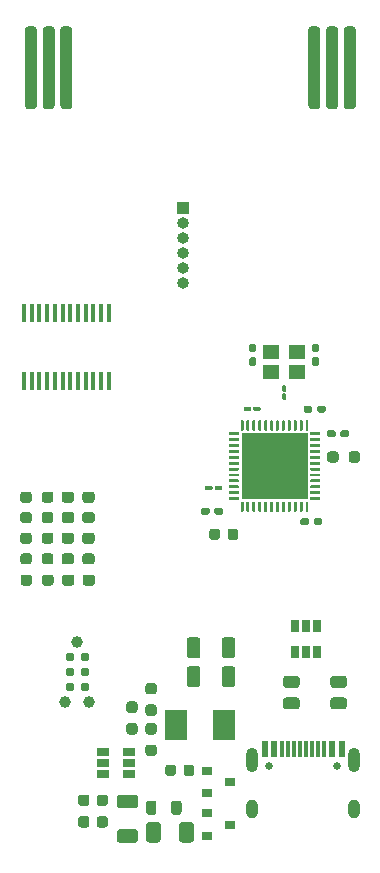
<source format=gbr>
%TF.GenerationSoftware,KiCad,Pcbnew,(5.1.10)-1*%
%TF.CreationDate,2021-05-11T23:47:16-07:00*%
%TF.ProjectId,LinkMeBaby,4c696e6b-4d65-4426-9162-792e6b696361,rev?*%
%TF.SameCoordinates,Original*%
%TF.FileFunction,Soldermask,Top*%
%TF.FilePolarity,Negative*%
%FSLAX46Y46*%
G04 Gerber Fmt 4.6, Leading zero omitted, Abs format (unit mm)*
G04 Created by KiCad (PCBNEW (5.1.10)-1) date 2021-05-11 23:47:16*
%MOMM*%
%LPD*%
G01*
G04 APERTURE LIST*
%ADD10R,0.410000X1.570000*%
%ADD11R,0.900000X0.800000*%
%ADD12O,1.000000X1.600000*%
%ADD13C,0.650000*%
%ADD14O,1.000000X2.100000*%
%ADD15R,0.300000X1.450000*%
%ADD16R,0.600000X1.450000*%
%ADD17R,1.000000X1.000000*%
%ADD18O,1.000000X1.000000*%
%ADD19C,0.787000*%
%ADD20C,0.991000*%
%ADD21R,1.900000X2.500000*%
%ADD22R,0.650000X1.060000*%
%ADD23R,1.060000X0.650000*%
%ADD24R,1.400000X1.200000*%
%ADD25R,5.600000X5.600000*%
G04 APERTURE END LIST*
D10*
%TO.C,U1*%
X27975000Y-52430000D03*
X27325000Y-52430000D03*
X26675000Y-52430000D03*
X26025000Y-52430000D03*
X25375000Y-52430000D03*
X24725000Y-52430000D03*
X24075000Y-52430000D03*
X23425000Y-52430000D03*
X22775000Y-52430000D03*
X22125000Y-52430000D03*
X21475000Y-52430000D03*
X20825000Y-52430000D03*
X20825000Y-58170000D03*
X21475000Y-58170000D03*
X22125000Y-58170000D03*
X22775000Y-58170000D03*
X23425000Y-58170000D03*
X24075000Y-58170000D03*
X24725000Y-58170000D03*
X25375000Y-58170000D03*
X26025000Y-58170000D03*
X26675000Y-58170000D03*
X27325000Y-58170000D03*
X27975000Y-58170000D03*
%TD*%
%TO.C,C3*%
G36*
G01*
X37400000Y-70900000D02*
X37400000Y-71400000D01*
G75*
G02*
X37175000Y-71625000I-225000J0D01*
G01*
X36725000Y-71625000D01*
G75*
G02*
X36500000Y-71400000I0J225000D01*
G01*
X36500000Y-70900000D01*
G75*
G02*
X36725000Y-70675000I225000J0D01*
G01*
X37175000Y-70675000D01*
G75*
G02*
X37400000Y-70900000I0J-225000D01*
G01*
G37*
G36*
G01*
X38950000Y-70900000D02*
X38950000Y-71400000D01*
G75*
G02*
X38725000Y-71625000I-225000J0D01*
G01*
X38275000Y-71625000D01*
G75*
G02*
X38050000Y-71400000I0J225000D01*
G01*
X38050000Y-70900000D01*
G75*
G02*
X38275000Y-70675000I225000J0D01*
G01*
X38725000Y-70675000D01*
G75*
G02*
X38950000Y-70900000I0J-225000D01*
G01*
G37*
%TD*%
%TO.C,C1*%
G36*
G01*
X36785000Y-67125000D02*
X36785000Y-67325000D01*
G75*
G02*
X36685000Y-67425000I-100000J0D01*
G01*
X36250000Y-67425000D01*
G75*
G02*
X36150000Y-67325000I0J100000D01*
G01*
X36150000Y-67125000D01*
G75*
G02*
X36250000Y-67025000I100000J0D01*
G01*
X36685000Y-67025000D01*
G75*
G02*
X36785000Y-67125000I0J-100000D01*
G01*
G37*
G36*
G01*
X37600000Y-67125000D02*
X37600000Y-67325000D01*
G75*
G02*
X37500000Y-67425000I-100000J0D01*
G01*
X37065000Y-67425000D01*
G75*
G02*
X36965000Y-67325000I0J100000D01*
G01*
X36965000Y-67125000D01*
G75*
G02*
X37065000Y-67025000I100000J0D01*
G01*
X37500000Y-67025000D01*
G75*
G02*
X37600000Y-67125000I0J-100000D01*
G01*
G37*
%TD*%
%TO.C,C2*%
G36*
G01*
X40850000Y-60425000D02*
X40850000Y-60625000D01*
G75*
G02*
X40750000Y-60725000I-100000J0D01*
G01*
X40315000Y-60725000D01*
G75*
G02*
X40215000Y-60625000I0J100000D01*
G01*
X40215000Y-60425000D01*
G75*
G02*
X40315000Y-60325000I100000J0D01*
G01*
X40750000Y-60325000D01*
G75*
G02*
X40850000Y-60425000I0J-100000D01*
G01*
G37*
G36*
G01*
X40035000Y-60425000D02*
X40035000Y-60625000D01*
G75*
G02*
X39935000Y-60725000I-100000J0D01*
G01*
X39500000Y-60725000D01*
G75*
G02*
X39400000Y-60625000I0J100000D01*
G01*
X39400000Y-60425000D01*
G75*
G02*
X39500000Y-60325000I100000J0D01*
G01*
X39935000Y-60325000D01*
G75*
G02*
X40035000Y-60425000I0J-100000D01*
G01*
G37*
%TD*%
%TO.C,C4*%
G36*
G01*
X46465000Y-62780000D02*
X46465000Y-62470000D01*
G75*
G02*
X46620000Y-62315000I155000J0D01*
G01*
X47045000Y-62315000D01*
G75*
G02*
X47200000Y-62470000I0J-155000D01*
G01*
X47200000Y-62780000D01*
G75*
G02*
X47045000Y-62935000I-155000J0D01*
G01*
X46620000Y-62935000D01*
G75*
G02*
X46465000Y-62780000I0J155000D01*
G01*
G37*
G36*
G01*
X47600000Y-62780000D02*
X47600000Y-62470000D01*
G75*
G02*
X47755000Y-62315000I155000J0D01*
G01*
X48180000Y-62315000D01*
G75*
G02*
X48335000Y-62470000I0J-155000D01*
G01*
X48335000Y-62780000D01*
G75*
G02*
X48180000Y-62935000I-155000J0D01*
G01*
X47755000Y-62935000D01*
G75*
G02*
X47600000Y-62780000I0J155000D01*
G01*
G37*
%TD*%
%TO.C,C5*%
G36*
G01*
X37550000Y-83850001D02*
X37550000Y-82549999D01*
G75*
G02*
X37799999Y-82300000I249999J0D01*
G01*
X38450001Y-82300000D01*
G75*
G02*
X38700000Y-82549999I0J-249999D01*
G01*
X38700000Y-83850001D01*
G75*
G02*
X38450001Y-84100000I-249999J0D01*
G01*
X37799999Y-84100000D01*
G75*
G02*
X37550000Y-83850001I0J249999D01*
G01*
G37*
G36*
G01*
X34600000Y-83850001D02*
X34600000Y-82549999D01*
G75*
G02*
X34849999Y-82300000I249999J0D01*
G01*
X35500001Y-82300000D01*
G75*
G02*
X35750000Y-82549999I0J-249999D01*
G01*
X35750000Y-83850001D01*
G75*
G02*
X35500001Y-84100000I-249999J0D01*
G01*
X34849999Y-84100000D01*
G75*
G02*
X34600000Y-83850001I0J249999D01*
G01*
G37*
%TD*%
%TO.C,C6*%
G36*
G01*
X46085000Y-69920000D02*
X46085000Y-70230000D01*
G75*
G02*
X45930000Y-70385000I-155000J0D01*
G01*
X45505000Y-70385000D01*
G75*
G02*
X45350000Y-70230000I0J155000D01*
G01*
X45350000Y-69920000D01*
G75*
G02*
X45505000Y-69765000I155000J0D01*
G01*
X45930000Y-69765000D01*
G75*
G02*
X46085000Y-69920000I0J-155000D01*
G01*
G37*
G36*
G01*
X44950000Y-69920000D02*
X44950000Y-70230000D01*
G75*
G02*
X44795000Y-70385000I-155000J0D01*
G01*
X44370000Y-70385000D01*
G75*
G02*
X44215000Y-70230000I0J155000D01*
G01*
X44215000Y-69920000D01*
G75*
G02*
X44370000Y-69765000I155000J0D01*
G01*
X44795000Y-69765000D01*
G75*
G02*
X44950000Y-69920000I0J-155000D01*
G01*
G37*
%TD*%
%TO.C,C7*%
G36*
G01*
X28924999Y-93175000D02*
X30225001Y-93175000D01*
G75*
G02*
X30475000Y-93424999I0J-249999D01*
G01*
X30475000Y-94075001D01*
G75*
G02*
X30225001Y-94325000I-249999J0D01*
G01*
X28924999Y-94325000D01*
G75*
G02*
X28675000Y-94075001I0J249999D01*
G01*
X28675000Y-93424999D01*
G75*
G02*
X28924999Y-93175000I249999J0D01*
G01*
G37*
G36*
G01*
X28924999Y-96125000D02*
X30225001Y-96125000D01*
G75*
G02*
X30475000Y-96374999I0J-249999D01*
G01*
X30475000Y-97025001D01*
G75*
G02*
X30225001Y-97275000I-249999J0D01*
G01*
X28924999Y-97275000D01*
G75*
G02*
X28675000Y-97025001I0J249999D01*
G01*
X28675000Y-96374999D01*
G75*
G02*
X28924999Y-96125000I249999J0D01*
G01*
G37*
%TD*%
%TO.C,C8*%
G36*
G01*
X40330000Y-55750000D02*
X40020000Y-55750000D01*
G75*
G02*
X39865000Y-55595000I0J155000D01*
G01*
X39865000Y-55170000D01*
G75*
G02*
X40020000Y-55015000I155000J0D01*
G01*
X40330000Y-55015000D01*
G75*
G02*
X40485000Y-55170000I0J-155000D01*
G01*
X40485000Y-55595000D01*
G75*
G02*
X40330000Y-55750000I-155000J0D01*
G01*
G37*
G36*
G01*
X40330000Y-56885000D02*
X40020000Y-56885000D01*
G75*
G02*
X39865000Y-56730000I0J155000D01*
G01*
X39865000Y-56305000D01*
G75*
G02*
X40020000Y-56150000I155000J0D01*
G01*
X40330000Y-56150000D01*
G75*
G02*
X40485000Y-56305000I0J-155000D01*
G01*
X40485000Y-56730000D01*
G75*
G02*
X40330000Y-56885000I-155000J0D01*
G01*
G37*
%TD*%
%TO.C,C9*%
G36*
G01*
X34600000Y-81400001D02*
X34600000Y-80099999D01*
G75*
G02*
X34849999Y-79850000I249999J0D01*
G01*
X35500001Y-79850000D01*
G75*
G02*
X35750000Y-80099999I0J-249999D01*
G01*
X35750000Y-81400001D01*
G75*
G02*
X35500001Y-81650000I-249999J0D01*
G01*
X34849999Y-81650000D01*
G75*
G02*
X34600000Y-81400001I0J249999D01*
G01*
G37*
G36*
G01*
X37550000Y-81400001D02*
X37550000Y-80099999D01*
G75*
G02*
X37799999Y-79850000I249999J0D01*
G01*
X38450001Y-79850000D01*
G75*
G02*
X38700000Y-80099999I0J-249999D01*
G01*
X38700000Y-81400001D01*
G75*
G02*
X38450001Y-81650000I-249999J0D01*
G01*
X37799999Y-81650000D01*
G75*
G02*
X37550000Y-81400001I0J249999D01*
G01*
G37*
%TD*%
%TO.C,C10*%
G36*
G01*
X45625000Y-60705000D02*
X45625000Y-60395000D01*
G75*
G02*
X45780000Y-60240000I155000J0D01*
G01*
X46205000Y-60240000D01*
G75*
G02*
X46360000Y-60395000I0J-155000D01*
G01*
X46360000Y-60705000D01*
G75*
G02*
X46205000Y-60860000I-155000J0D01*
G01*
X45780000Y-60860000D01*
G75*
G02*
X45625000Y-60705000I0J155000D01*
G01*
G37*
G36*
G01*
X44490000Y-60705000D02*
X44490000Y-60395000D01*
G75*
G02*
X44645000Y-60240000I155000J0D01*
G01*
X45070000Y-60240000D01*
G75*
G02*
X45225000Y-60395000I0J-155000D01*
G01*
X45225000Y-60705000D01*
G75*
G02*
X45070000Y-60860000I-155000J0D01*
G01*
X44645000Y-60860000D01*
G75*
G02*
X44490000Y-60705000I0J155000D01*
G01*
G37*
%TD*%
%TO.C,C11*%
G36*
G01*
X37660000Y-69045000D02*
X37660000Y-69355000D01*
G75*
G02*
X37505000Y-69510000I-155000J0D01*
G01*
X37080000Y-69510000D01*
G75*
G02*
X36925000Y-69355000I0J155000D01*
G01*
X36925000Y-69045000D01*
G75*
G02*
X37080000Y-68890000I155000J0D01*
G01*
X37505000Y-68890000D01*
G75*
G02*
X37660000Y-69045000I0J-155000D01*
G01*
G37*
G36*
G01*
X36525000Y-69045000D02*
X36525000Y-69355000D01*
G75*
G02*
X36370000Y-69510000I-155000J0D01*
G01*
X35945000Y-69510000D01*
G75*
G02*
X35790000Y-69355000I0J155000D01*
G01*
X35790000Y-69045000D01*
G75*
G02*
X35945000Y-68890000I155000J0D01*
G01*
X36370000Y-68890000D01*
G75*
G02*
X36525000Y-69045000I0J-155000D01*
G01*
G37*
%TD*%
%TO.C,C12*%
G36*
G01*
X45345000Y-55015000D02*
X45655000Y-55015000D01*
G75*
G02*
X45810000Y-55170000I0J-155000D01*
G01*
X45810000Y-55595000D01*
G75*
G02*
X45655000Y-55750000I-155000J0D01*
G01*
X45345000Y-55750000D01*
G75*
G02*
X45190000Y-55595000I0J155000D01*
G01*
X45190000Y-55170000D01*
G75*
G02*
X45345000Y-55015000I155000J0D01*
G01*
G37*
G36*
G01*
X45345000Y-56150000D02*
X45655000Y-56150000D01*
G75*
G02*
X45810000Y-56305000I0J-155000D01*
G01*
X45810000Y-56730000D01*
G75*
G02*
X45655000Y-56885000I-155000J0D01*
G01*
X45345000Y-56885000D01*
G75*
G02*
X45190000Y-56730000I0J155000D01*
G01*
X45190000Y-56305000D01*
G75*
G02*
X45345000Y-56150000I155000J0D01*
G01*
G37*
%TD*%
%TO.C,C16*%
G36*
G01*
X32775000Y-91375000D02*
X32775000Y-90875000D01*
G75*
G02*
X33000000Y-90650000I225000J0D01*
G01*
X33450000Y-90650000D01*
G75*
G02*
X33675000Y-90875000I0J-225000D01*
G01*
X33675000Y-91375000D01*
G75*
G02*
X33450000Y-91600000I-225000J0D01*
G01*
X33000000Y-91600000D01*
G75*
G02*
X32775000Y-91375000I0J225000D01*
G01*
G37*
G36*
G01*
X34325000Y-91375000D02*
X34325000Y-90875000D01*
G75*
G02*
X34550000Y-90650000I225000J0D01*
G01*
X35000000Y-90650000D01*
G75*
G02*
X35225000Y-90875000I0J-225000D01*
G01*
X35225000Y-91375000D01*
G75*
G02*
X35000000Y-91600000I-225000J0D01*
G01*
X34550000Y-91600000D01*
G75*
G02*
X34325000Y-91375000I0J225000D01*
G01*
G37*
%TD*%
%TO.C,D1*%
G36*
G01*
X24000000Y-69962500D02*
X24000000Y-69487500D01*
G75*
G02*
X24237500Y-69250000I237500J0D01*
G01*
X24812500Y-69250000D01*
G75*
G02*
X25050000Y-69487500I0J-237500D01*
G01*
X25050000Y-69962500D01*
G75*
G02*
X24812500Y-70200000I-237500J0D01*
G01*
X24237500Y-70200000D01*
G75*
G02*
X24000000Y-69962500I0J237500D01*
G01*
G37*
G36*
G01*
X25750000Y-69962500D02*
X25750000Y-69487500D01*
G75*
G02*
X25987500Y-69250000I237500J0D01*
G01*
X26562500Y-69250000D01*
G75*
G02*
X26800000Y-69487500I0J-237500D01*
G01*
X26800000Y-69962500D01*
G75*
G02*
X26562500Y-70200000I-237500J0D01*
G01*
X25987500Y-70200000D01*
G75*
G02*
X25750000Y-69962500I0J237500D01*
G01*
G37*
%TD*%
%TO.C,D2*%
G36*
G01*
X25750000Y-71712500D02*
X25750000Y-71237500D01*
G75*
G02*
X25987500Y-71000000I237500J0D01*
G01*
X26562500Y-71000000D01*
G75*
G02*
X26800000Y-71237500I0J-237500D01*
G01*
X26800000Y-71712500D01*
G75*
G02*
X26562500Y-71950000I-237500J0D01*
G01*
X25987500Y-71950000D01*
G75*
G02*
X25750000Y-71712500I0J237500D01*
G01*
G37*
G36*
G01*
X24000000Y-71712500D02*
X24000000Y-71237500D01*
G75*
G02*
X24237500Y-71000000I237500J0D01*
G01*
X24812500Y-71000000D01*
G75*
G02*
X25050000Y-71237500I0J-237500D01*
G01*
X25050000Y-71712500D01*
G75*
G02*
X24812500Y-71950000I-237500J0D01*
G01*
X24237500Y-71950000D01*
G75*
G02*
X24000000Y-71712500I0J237500D01*
G01*
G37*
%TD*%
%TO.C,D3*%
G36*
G01*
X25750000Y-73462500D02*
X25750000Y-72987500D01*
G75*
G02*
X25987500Y-72750000I237500J0D01*
G01*
X26562500Y-72750000D01*
G75*
G02*
X26800000Y-72987500I0J-237500D01*
G01*
X26800000Y-73462500D01*
G75*
G02*
X26562500Y-73700000I-237500J0D01*
G01*
X25987500Y-73700000D01*
G75*
G02*
X25750000Y-73462500I0J237500D01*
G01*
G37*
G36*
G01*
X24000000Y-73462500D02*
X24000000Y-72987500D01*
G75*
G02*
X24237500Y-72750000I237500J0D01*
G01*
X24812500Y-72750000D01*
G75*
G02*
X25050000Y-72987500I0J-237500D01*
G01*
X25050000Y-73462500D01*
G75*
G02*
X24812500Y-73700000I-237500J0D01*
G01*
X24237500Y-73700000D01*
G75*
G02*
X24000000Y-73462500I0J237500D01*
G01*
G37*
%TD*%
%TO.C,D4*%
G36*
G01*
X24000000Y-68237500D02*
X24000000Y-67762500D01*
G75*
G02*
X24237500Y-67525000I237500J0D01*
G01*
X24812500Y-67525000D01*
G75*
G02*
X25050000Y-67762500I0J-237500D01*
G01*
X25050000Y-68237500D01*
G75*
G02*
X24812500Y-68475000I-237500J0D01*
G01*
X24237500Y-68475000D01*
G75*
G02*
X24000000Y-68237500I0J237500D01*
G01*
G37*
G36*
G01*
X25750000Y-68237500D02*
X25750000Y-67762500D01*
G75*
G02*
X25987500Y-67525000I237500J0D01*
G01*
X26562500Y-67525000D01*
G75*
G02*
X26800000Y-67762500I0J-237500D01*
G01*
X26800000Y-68237500D01*
G75*
G02*
X26562500Y-68475000I-237500J0D01*
G01*
X25987500Y-68475000D01*
G75*
G02*
X25750000Y-68237500I0J237500D01*
G01*
G37*
%TD*%
D11*
%TO.C,D5*%
X36275000Y-94775000D03*
X36275000Y-96675000D03*
X38275000Y-95725000D03*
%TD*%
%TO.C,D6*%
X38275000Y-92125000D03*
X36275000Y-93075000D03*
X36275000Y-91175000D03*
%TD*%
%TO.C,D7*%
G36*
G01*
X24025000Y-75262500D02*
X24025000Y-74787500D01*
G75*
G02*
X24262500Y-74550000I237500J0D01*
G01*
X24837500Y-74550000D01*
G75*
G02*
X25075000Y-74787500I0J-237500D01*
G01*
X25075000Y-75262500D01*
G75*
G02*
X24837500Y-75500000I-237500J0D01*
G01*
X24262500Y-75500000D01*
G75*
G02*
X24025000Y-75262500I0J237500D01*
G01*
G37*
G36*
G01*
X25775000Y-75262500D02*
X25775000Y-74787500D01*
G75*
G02*
X26012500Y-74550000I237500J0D01*
G01*
X26587500Y-74550000D01*
G75*
G02*
X26825000Y-74787500I0J-237500D01*
G01*
X26825000Y-75262500D01*
G75*
G02*
X26587500Y-75500000I-237500J0D01*
G01*
X26012500Y-75500000D01*
G75*
G02*
X25775000Y-75262500I0J237500D01*
G01*
G37*
%TD*%
%TO.C,F1*%
G36*
G01*
X35200000Y-95750000D02*
X35200000Y-97000000D01*
G75*
G02*
X34950000Y-97250000I-250000J0D01*
G01*
X34200000Y-97250000D01*
G75*
G02*
X33950000Y-97000000I0J250000D01*
G01*
X33950000Y-95750000D01*
G75*
G02*
X34200000Y-95500000I250000J0D01*
G01*
X34950000Y-95500000D01*
G75*
G02*
X35200000Y-95750000I0J-250000D01*
G01*
G37*
G36*
G01*
X32400000Y-95750000D02*
X32400000Y-97000000D01*
G75*
G02*
X32150000Y-97250000I-250000J0D01*
G01*
X31400000Y-97250000D01*
G75*
G02*
X31150000Y-97000000I0J250000D01*
G01*
X31150000Y-95750000D01*
G75*
G02*
X31400000Y-95500000I250000J0D01*
G01*
X32150000Y-95500000D01*
G75*
G02*
X32400000Y-95750000I0J-250000D01*
G01*
G37*
%TD*%
%TO.C,FB1*%
G36*
G01*
X34150000Y-93918750D02*
X34150000Y-94681250D01*
G75*
G02*
X33931250Y-94900000I-218750J0D01*
G01*
X33493750Y-94900000D01*
G75*
G02*
X33275000Y-94681250I0J218750D01*
G01*
X33275000Y-93918750D01*
G75*
G02*
X33493750Y-93700000I218750J0D01*
G01*
X33931250Y-93700000D01*
G75*
G02*
X34150000Y-93918750I0J-218750D01*
G01*
G37*
G36*
G01*
X32025000Y-93918750D02*
X32025000Y-94681250D01*
G75*
G02*
X31806250Y-94900000I-218750J0D01*
G01*
X31368750Y-94900000D01*
G75*
G02*
X31150000Y-94681250I0J218750D01*
G01*
X31150000Y-93918750D01*
G75*
G02*
X31368750Y-93700000I218750J0D01*
G01*
X31806250Y-93700000D01*
G75*
G02*
X32025000Y-93918750I0J-218750D01*
G01*
G37*
%TD*%
D12*
%TO.C,J1*%
X48770000Y-94400000D03*
D13*
X47340000Y-90750000D03*
D12*
X40130000Y-94400000D03*
D13*
X41560000Y-90750000D03*
D14*
X40130000Y-90220000D03*
X48770000Y-90220000D03*
D15*
X44200000Y-89305000D03*
X46200000Y-89305000D03*
X45700000Y-89305000D03*
X45200000Y-89305000D03*
X44700000Y-89305000D03*
X43700000Y-89305000D03*
X43200000Y-89305000D03*
X42700000Y-89305000D03*
D16*
X47700000Y-89305000D03*
X46900000Y-89305000D03*
X42000000Y-89305000D03*
X41200000Y-89305000D03*
X41200000Y-89305000D03*
X42000000Y-89305000D03*
X46900000Y-89305000D03*
X47700000Y-89305000D03*
%TD*%
D17*
%TO.C,J2*%
X34250000Y-43500000D03*
D18*
X34250000Y-44770000D03*
X34250000Y-46040000D03*
X34250000Y-47310000D03*
X34250000Y-48580000D03*
X34250000Y-49850000D03*
%TD*%
%TO.C,J3*%
G36*
G01*
X45900000Y-28400000D02*
X45900000Y-34900000D01*
G75*
G02*
X45650000Y-35150000I-250000J0D01*
G01*
X45150000Y-35150000D01*
G75*
G02*
X44900000Y-34900000I0J250000D01*
G01*
X44900000Y-28400000D01*
G75*
G02*
X45150000Y-28150000I250000J0D01*
G01*
X45650000Y-28150000D01*
G75*
G02*
X45900000Y-28400000I0J-250000D01*
G01*
G37*
G36*
G01*
X47400000Y-28400000D02*
X47400000Y-34900000D01*
G75*
G02*
X47150000Y-35150000I-250000J0D01*
G01*
X46650000Y-35150000D01*
G75*
G02*
X46400000Y-34900000I0J250000D01*
G01*
X46400000Y-28400000D01*
G75*
G02*
X46650000Y-28150000I250000J0D01*
G01*
X47150000Y-28150000D01*
G75*
G02*
X47400000Y-28400000I0J-250000D01*
G01*
G37*
G36*
G01*
X48900000Y-28400000D02*
X48900000Y-34900000D01*
G75*
G02*
X48650000Y-35150000I-250000J0D01*
G01*
X48150000Y-35150000D01*
G75*
G02*
X47900000Y-34900000I0J250000D01*
G01*
X47900000Y-28400000D01*
G75*
G02*
X48150000Y-28150000I250000J0D01*
G01*
X48650000Y-28150000D01*
G75*
G02*
X48900000Y-28400000I0J-250000D01*
G01*
G37*
%TD*%
%TO.C,J4*%
G36*
G01*
X24900000Y-28400000D02*
X24900000Y-34900000D01*
G75*
G02*
X24650000Y-35150000I-250000J0D01*
G01*
X24150000Y-35150000D01*
G75*
G02*
X23900000Y-34900000I0J250000D01*
G01*
X23900000Y-28400000D01*
G75*
G02*
X24150000Y-28150000I250000J0D01*
G01*
X24650000Y-28150000D01*
G75*
G02*
X24900000Y-28400000I0J-250000D01*
G01*
G37*
G36*
G01*
X23400000Y-28400000D02*
X23400000Y-34900000D01*
G75*
G02*
X23150000Y-35150000I-250000J0D01*
G01*
X22650000Y-35150000D01*
G75*
G02*
X22400000Y-34900000I0J250000D01*
G01*
X22400000Y-28400000D01*
G75*
G02*
X22650000Y-28150000I250000J0D01*
G01*
X23150000Y-28150000D01*
G75*
G02*
X23400000Y-28400000I0J-250000D01*
G01*
G37*
G36*
G01*
X21900000Y-28400000D02*
X21900000Y-34900000D01*
G75*
G02*
X21650000Y-35150000I-250000J0D01*
G01*
X21150000Y-35150000D01*
G75*
G02*
X20900000Y-34900000I0J250000D01*
G01*
X20900000Y-28400000D01*
G75*
G02*
X21150000Y-28150000I250000J0D01*
G01*
X21650000Y-28150000D01*
G75*
G02*
X21900000Y-28400000I0J-250000D01*
G01*
G37*
%TD*%
D19*
%TO.C,J5*%
X25960000Y-84070000D03*
X24690000Y-84070000D03*
X25960000Y-82800000D03*
X24690000Y-82800000D03*
X25960000Y-81530000D03*
X24690000Y-81530000D03*
D20*
X24309000Y-85340000D03*
X26341000Y-85340000D03*
X25325000Y-80260000D03*
%TD*%
D21*
%TO.C,L1*%
X37750000Y-87325000D03*
X33650000Y-87325000D03*
%TD*%
%TO.C,R1*%
G36*
G01*
X43900002Y-85975000D02*
X42999998Y-85975000D01*
G75*
G02*
X42750000Y-85725002I0J249998D01*
G01*
X42750000Y-85199998D01*
G75*
G02*
X42999998Y-84950000I249998J0D01*
G01*
X43900002Y-84950000D01*
G75*
G02*
X44150000Y-85199998I0J-249998D01*
G01*
X44150000Y-85725002D01*
G75*
G02*
X43900002Y-85975000I-249998J0D01*
G01*
G37*
G36*
G01*
X43900002Y-84150000D02*
X42999998Y-84150000D01*
G75*
G02*
X42750000Y-83900002I0J249998D01*
G01*
X42750000Y-83374998D01*
G75*
G02*
X42999998Y-83125000I249998J0D01*
G01*
X43900002Y-83125000D01*
G75*
G02*
X44150000Y-83374998I0J-249998D01*
G01*
X44150000Y-83900002D01*
G75*
G02*
X43900002Y-84150000I-249998J0D01*
G01*
G37*
%TD*%
%TO.C,R2*%
G36*
G01*
X47900002Y-84150000D02*
X46999998Y-84150000D01*
G75*
G02*
X46750000Y-83900002I0J249998D01*
G01*
X46750000Y-83374998D01*
G75*
G02*
X46999998Y-83125000I249998J0D01*
G01*
X47900002Y-83125000D01*
G75*
G02*
X48150000Y-83374998I0J-249998D01*
G01*
X48150000Y-83900002D01*
G75*
G02*
X47900002Y-84150000I-249998J0D01*
G01*
G37*
G36*
G01*
X47900002Y-85975000D02*
X46999998Y-85975000D01*
G75*
G02*
X46750000Y-85725002I0J249998D01*
G01*
X46750000Y-85199998D01*
G75*
G02*
X46999998Y-84950000I249998J0D01*
G01*
X47900002Y-84950000D01*
G75*
G02*
X48150000Y-85199998I0J-249998D01*
G01*
X48150000Y-85725002D01*
G75*
G02*
X47900002Y-85975000I-249998J0D01*
G01*
G37*
%TD*%
%TO.C,R3*%
G36*
G01*
X22325000Y-69962500D02*
X22325000Y-69487500D01*
G75*
G02*
X22562500Y-69250000I237500J0D01*
G01*
X23062500Y-69250000D01*
G75*
G02*
X23300000Y-69487500I0J-237500D01*
G01*
X23300000Y-69962500D01*
G75*
G02*
X23062500Y-70200000I-237500J0D01*
G01*
X22562500Y-70200000D01*
G75*
G02*
X22325000Y-69962500I0J237500D01*
G01*
G37*
G36*
G01*
X20500000Y-69962500D02*
X20500000Y-69487500D01*
G75*
G02*
X20737500Y-69250000I237500J0D01*
G01*
X21237500Y-69250000D01*
G75*
G02*
X21475000Y-69487500I0J-237500D01*
G01*
X21475000Y-69962500D01*
G75*
G02*
X21237500Y-70200000I-237500J0D01*
G01*
X20737500Y-70200000D01*
G75*
G02*
X20500000Y-69962500I0J237500D01*
G01*
G37*
%TD*%
%TO.C,R4*%
G36*
G01*
X20500000Y-71712500D02*
X20500000Y-71237500D01*
G75*
G02*
X20737500Y-71000000I237500J0D01*
G01*
X21237500Y-71000000D01*
G75*
G02*
X21475000Y-71237500I0J-237500D01*
G01*
X21475000Y-71712500D01*
G75*
G02*
X21237500Y-71950000I-237500J0D01*
G01*
X20737500Y-71950000D01*
G75*
G02*
X20500000Y-71712500I0J237500D01*
G01*
G37*
G36*
G01*
X22325000Y-71712500D02*
X22325000Y-71237500D01*
G75*
G02*
X22562500Y-71000000I237500J0D01*
G01*
X23062500Y-71000000D01*
G75*
G02*
X23300000Y-71237500I0J-237500D01*
G01*
X23300000Y-71712500D01*
G75*
G02*
X23062500Y-71950000I-237500J0D01*
G01*
X22562500Y-71950000D01*
G75*
G02*
X22325000Y-71712500I0J237500D01*
G01*
G37*
%TD*%
%TO.C,R5*%
G36*
G01*
X48300000Y-64837500D02*
X48300000Y-64362500D01*
G75*
G02*
X48537500Y-64125000I237500J0D01*
G01*
X49037500Y-64125000D01*
G75*
G02*
X49275000Y-64362500I0J-237500D01*
G01*
X49275000Y-64837500D01*
G75*
G02*
X49037500Y-65075000I-237500J0D01*
G01*
X48537500Y-65075000D01*
G75*
G02*
X48300000Y-64837500I0J237500D01*
G01*
G37*
G36*
G01*
X46475000Y-64837500D02*
X46475000Y-64362500D01*
G75*
G02*
X46712500Y-64125000I237500J0D01*
G01*
X47212500Y-64125000D01*
G75*
G02*
X47450000Y-64362500I0J-237500D01*
G01*
X47450000Y-64837500D01*
G75*
G02*
X47212500Y-65075000I-237500J0D01*
G01*
X46712500Y-65075000D01*
G75*
G02*
X46475000Y-64837500I0J237500D01*
G01*
G37*
%TD*%
%TO.C,R6*%
G36*
G01*
X22325000Y-73462500D02*
X22325000Y-72987500D01*
G75*
G02*
X22562500Y-72750000I237500J0D01*
G01*
X23062500Y-72750000D01*
G75*
G02*
X23300000Y-72987500I0J-237500D01*
G01*
X23300000Y-73462500D01*
G75*
G02*
X23062500Y-73700000I-237500J0D01*
G01*
X22562500Y-73700000D01*
G75*
G02*
X22325000Y-73462500I0J237500D01*
G01*
G37*
G36*
G01*
X20500000Y-73462500D02*
X20500000Y-72987500D01*
G75*
G02*
X20737500Y-72750000I237500J0D01*
G01*
X21237500Y-72750000D01*
G75*
G02*
X21475000Y-72987500I0J-237500D01*
G01*
X21475000Y-73462500D01*
G75*
G02*
X21237500Y-73700000I-237500J0D01*
G01*
X20737500Y-73700000D01*
G75*
G02*
X20500000Y-73462500I0J237500D01*
G01*
G37*
%TD*%
%TO.C,R7*%
G36*
G01*
X20500000Y-68237500D02*
X20500000Y-67762500D01*
G75*
G02*
X20737500Y-67525000I237500J0D01*
G01*
X21237500Y-67525000D01*
G75*
G02*
X21475000Y-67762500I0J-237500D01*
G01*
X21475000Y-68237500D01*
G75*
G02*
X21237500Y-68475000I-237500J0D01*
G01*
X20737500Y-68475000D01*
G75*
G02*
X20500000Y-68237500I0J237500D01*
G01*
G37*
G36*
G01*
X22325000Y-68237500D02*
X22325000Y-67762500D01*
G75*
G02*
X22562500Y-67525000I237500J0D01*
G01*
X23062500Y-67525000D01*
G75*
G02*
X23300000Y-67762500I0J-237500D01*
G01*
X23300000Y-68237500D01*
G75*
G02*
X23062500Y-68475000I-237500J0D01*
G01*
X22562500Y-68475000D01*
G75*
G02*
X22325000Y-68237500I0J237500D01*
G01*
G37*
%TD*%
%TO.C,R8*%
G36*
G01*
X31337500Y-83725000D02*
X31812500Y-83725000D01*
G75*
G02*
X32050000Y-83962500I0J-237500D01*
G01*
X32050000Y-84462500D01*
G75*
G02*
X31812500Y-84700000I-237500J0D01*
G01*
X31337500Y-84700000D01*
G75*
G02*
X31100000Y-84462500I0J237500D01*
G01*
X31100000Y-83962500D01*
G75*
G02*
X31337500Y-83725000I237500J0D01*
G01*
G37*
G36*
G01*
X31337500Y-85550000D02*
X31812500Y-85550000D01*
G75*
G02*
X32050000Y-85787500I0J-237500D01*
G01*
X32050000Y-86287500D01*
G75*
G02*
X31812500Y-86525000I-237500J0D01*
G01*
X31337500Y-86525000D01*
G75*
G02*
X31100000Y-86287500I0J237500D01*
G01*
X31100000Y-85787500D01*
G75*
G02*
X31337500Y-85550000I237500J0D01*
G01*
G37*
%TD*%
%TO.C,R9*%
G36*
G01*
X29712500Y-87125000D02*
X30187500Y-87125000D01*
G75*
G02*
X30425000Y-87362500I0J-237500D01*
G01*
X30425000Y-87862500D01*
G75*
G02*
X30187500Y-88100000I-237500J0D01*
G01*
X29712500Y-88100000D01*
G75*
G02*
X29475000Y-87862500I0J237500D01*
G01*
X29475000Y-87362500D01*
G75*
G02*
X29712500Y-87125000I237500J0D01*
G01*
G37*
G36*
G01*
X29712500Y-85300000D02*
X30187500Y-85300000D01*
G75*
G02*
X30425000Y-85537500I0J-237500D01*
G01*
X30425000Y-86037500D01*
G75*
G02*
X30187500Y-86275000I-237500J0D01*
G01*
X29712500Y-86275000D01*
G75*
G02*
X29475000Y-86037500I0J237500D01*
G01*
X29475000Y-85537500D01*
G75*
G02*
X29712500Y-85300000I237500J0D01*
G01*
G37*
%TD*%
%TO.C,R10*%
G36*
G01*
X31337500Y-87125000D02*
X31812500Y-87125000D01*
G75*
G02*
X32050000Y-87362500I0J-237500D01*
G01*
X32050000Y-87862500D01*
G75*
G02*
X31812500Y-88100000I-237500J0D01*
G01*
X31337500Y-88100000D01*
G75*
G02*
X31100000Y-87862500I0J237500D01*
G01*
X31100000Y-87362500D01*
G75*
G02*
X31337500Y-87125000I237500J0D01*
G01*
G37*
G36*
G01*
X31337500Y-88950000D02*
X31812500Y-88950000D01*
G75*
G02*
X32050000Y-89187500I0J-237500D01*
G01*
X32050000Y-89687500D01*
G75*
G02*
X31812500Y-89925000I-237500J0D01*
G01*
X31337500Y-89925000D01*
G75*
G02*
X31100000Y-89687500I0J237500D01*
G01*
X31100000Y-89187500D01*
G75*
G02*
X31337500Y-88950000I237500J0D01*
G01*
G37*
%TD*%
%TO.C,R11*%
G36*
G01*
X42925000Y-59775000D02*
X42775000Y-59775000D01*
G75*
G02*
X42700000Y-59700000I0J75000D01*
G01*
X42700000Y-59275000D01*
G75*
G02*
X42775000Y-59200000I75000J0D01*
G01*
X42925000Y-59200000D01*
G75*
G02*
X43000000Y-59275000I0J-75000D01*
G01*
X43000000Y-59700000D01*
G75*
G02*
X42925000Y-59775000I-75000J0D01*
G01*
G37*
G36*
G01*
X42925000Y-59100000D02*
X42775000Y-59100000D01*
G75*
G02*
X42700000Y-59025000I0J75000D01*
G01*
X42700000Y-58600000D01*
G75*
G02*
X42775000Y-58525000I75000J0D01*
G01*
X42925000Y-58525000D01*
G75*
G02*
X43000000Y-58600000I0J-75000D01*
G01*
X43000000Y-59025000D01*
G75*
G02*
X42925000Y-59100000I-75000J0D01*
G01*
G37*
%TD*%
%TO.C,R12*%
G36*
G01*
X25637500Y-93175000D02*
X26112500Y-93175000D01*
G75*
G02*
X26350000Y-93412500I0J-237500D01*
G01*
X26350000Y-93912500D01*
G75*
G02*
X26112500Y-94150000I-237500J0D01*
G01*
X25637500Y-94150000D01*
G75*
G02*
X25400000Y-93912500I0J237500D01*
G01*
X25400000Y-93412500D01*
G75*
G02*
X25637500Y-93175000I237500J0D01*
G01*
G37*
G36*
G01*
X25637500Y-95000000D02*
X26112500Y-95000000D01*
G75*
G02*
X26350000Y-95237500I0J-237500D01*
G01*
X26350000Y-95737500D01*
G75*
G02*
X26112500Y-95975000I-237500J0D01*
G01*
X25637500Y-95975000D01*
G75*
G02*
X25400000Y-95737500I0J237500D01*
G01*
X25400000Y-95237500D01*
G75*
G02*
X25637500Y-95000000I237500J0D01*
G01*
G37*
%TD*%
%TO.C,R13*%
G36*
G01*
X27212500Y-95000000D02*
X27687500Y-95000000D01*
G75*
G02*
X27925000Y-95237500I0J-237500D01*
G01*
X27925000Y-95737500D01*
G75*
G02*
X27687500Y-95975000I-237500J0D01*
G01*
X27212500Y-95975000D01*
G75*
G02*
X26975000Y-95737500I0J237500D01*
G01*
X26975000Y-95237500D01*
G75*
G02*
X27212500Y-95000000I237500J0D01*
G01*
G37*
G36*
G01*
X27212500Y-93175000D02*
X27687500Y-93175000D01*
G75*
G02*
X27925000Y-93412500I0J-237500D01*
G01*
X27925000Y-93912500D01*
G75*
G02*
X27687500Y-94150000I-237500J0D01*
G01*
X27212500Y-94150000D01*
G75*
G02*
X26975000Y-93912500I0J237500D01*
G01*
X26975000Y-93412500D01*
G75*
G02*
X27212500Y-93175000I237500J0D01*
G01*
G37*
%TD*%
%TO.C,R14*%
G36*
G01*
X23325000Y-74787500D02*
X23325000Y-75262500D01*
G75*
G02*
X23087500Y-75500000I-237500J0D01*
G01*
X22587500Y-75500000D01*
G75*
G02*
X22350000Y-75262500I0J237500D01*
G01*
X22350000Y-74787500D01*
G75*
G02*
X22587500Y-74550000I237500J0D01*
G01*
X23087500Y-74550000D01*
G75*
G02*
X23325000Y-74787500I0J-237500D01*
G01*
G37*
G36*
G01*
X21500000Y-74787500D02*
X21500000Y-75262500D01*
G75*
G02*
X21262500Y-75500000I-237500J0D01*
G01*
X20762500Y-75500000D01*
G75*
G02*
X20525000Y-75262500I0J237500D01*
G01*
X20525000Y-74787500D01*
G75*
G02*
X20762500Y-74550000I237500J0D01*
G01*
X21262500Y-74550000D01*
G75*
G02*
X21500000Y-74787500I0J-237500D01*
G01*
G37*
%TD*%
D22*
%TO.C,U2*%
X43750000Y-81150000D03*
X44700000Y-81150000D03*
X45650000Y-81150000D03*
X45650000Y-78950000D03*
X43750000Y-78950000D03*
X44700000Y-78950000D03*
%TD*%
D23*
%TO.C,U4*%
X27525000Y-90525000D03*
X27525000Y-91475000D03*
X27525000Y-89575000D03*
X29725000Y-89575000D03*
X29725000Y-90525000D03*
X29725000Y-91475000D03*
%TD*%
D24*
%TO.C,Y1*%
X41725000Y-57425000D03*
X43925000Y-57425000D03*
X43925000Y-55725000D03*
X41725000Y-55725000D03*
%TD*%
%TO.C,U3*%
G36*
G01*
X44712500Y-61500000D02*
X44837500Y-61500000D01*
G75*
G02*
X44900000Y-61562500I0J-62500D01*
G01*
X44900000Y-62312500D01*
G75*
G02*
X44837500Y-62375000I-62500J0D01*
G01*
X44712500Y-62375000D01*
G75*
G02*
X44650000Y-62312500I0J62500D01*
G01*
X44650000Y-61562500D01*
G75*
G02*
X44712500Y-61500000I62500J0D01*
G01*
G37*
G36*
G01*
X44212500Y-61500000D02*
X44337500Y-61500000D01*
G75*
G02*
X44400000Y-61562500I0J-62500D01*
G01*
X44400000Y-62312500D01*
G75*
G02*
X44337500Y-62375000I-62500J0D01*
G01*
X44212500Y-62375000D01*
G75*
G02*
X44150000Y-62312500I0J62500D01*
G01*
X44150000Y-61562500D01*
G75*
G02*
X44212500Y-61500000I62500J0D01*
G01*
G37*
G36*
G01*
X43712500Y-61500000D02*
X43837500Y-61500000D01*
G75*
G02*
X43900000Y-61562500I0J-62500D01*
G01*
X43900000Y-62312500D01*
G75*
G02*
X43837500Y-62375000I-62500J0D01*
G01*
X43712500Y-62375000D01*
G75*
G02*
X43650000Y-62312500I0J62500D01*
G01*
X43650000Y-61562500D01*
G75*
G02*
X43712500Y-61500000I62500J0D01*
G01*
G37*
G36*
G01*
X43212500Y-61500000D02*
X43337500Y-61500000D01*
G75*
G02*
X43400000Y-61562500I0J-62500D01*
G01*
X43400000Y-62312500D01*
G75*
G02*
X43337500Y-62375000I-62500J0D01*
G01*
X43212500Y-62375000D01*
G75*
G02*
X43150000Y-62312500I0J62500D01*
G01*
X43150000Y-61562500D01*
G75*
G02*
X43212500Y-61500000I62500J0D01*
G01*
G37*
G36*
G01*
X42712500Y-61500000D02*
X42837500Y-61500000D01*
G75*
G02*
X42900000Y-61562500I0J-62500D01*
G01*
X42900000Y-62312500D01*
G75*
G02*
X42837500Y-62375000I-62500J0D01*
G01*
X42712500Y-62375000D01*
G75*
G02*
X42650000Y-62312500I0J62500D01*
G01*
X42650000Y-61562500D01*
G75*
G02*
X42712500Y-61500000I62500J0D01*
G01*
G37*
G36*
G01*
X42212500Y-61500000D02*
X42337500Y-61500000D01*
G75*
G02*
X42400000Y-61562500I0J-62500D01*
G01*
X42400000Y-62312500D01*
G75*
G02*
X42337500Y-62375000I-62500J0D01*
G01*
X42212500Y-62375000D01*
G75*
G02*
X42150000Y-62312500I0J62500D01*
G01*
X42150000Y-61562500D01*
G75*
G02*
X42212500Y-61500000I62500J0D01*
G01*
G37*
G36*
G01*
X41712500Y-61500000D02*
X41837500Y-61500000D01*
G75*
G02*
X41900000Y-61562500I0J-62500D01*
G01*
X41900000Y-62312500D01*
G75*
G02*
X41837500Y-62375000I-62500J0D01*
G01*
X41712500Y-62375000D01*
G75*
G02*
X41650000Y-62312500I0J62500D01*
G01*
X41650000Y-61562500D01*
G75*
G02*
X41712500Y-61500000I62500J0D01*
G01*
G37*
G36*
G01*
X41212500Y-61500000D02*
X41337500Y-61500000D01*
G75*
G02*
X41400000Y-61562500I0J-62500D01*
G01*
X41400000Y-62312500D01*
G75*
G02*
X41337500Y-62375000I-62500J0D01*
G01*
X41212500Y-62375000D01*
G75*
G02*
X41150000Y-62312500I0J62500D01*
G01*
X41150000Y-61562500D01*
G75*
G02*
X41212500Y-61500000I62500J0D01*
G01*
G37*
G36*
G01*
X40712500Y-61500000D02*
X40837500Y-61500000D01*
G75*
G02*
X40900000Y-61562500I0J-62500D01*
G01*
X40900000Y-62312500D01*
G75*
G02*
X40837500Y-62375000I-62500J0D01*
G01*
X40712500Y-62375000D01*
G75*
G02*
X40650000Y-62312500I0J62500D01*
G01*
X40650000Y-61562500D01*
G75*
G02*
X40712500Y-61500000I62500J0D01*
G01*
G37*
G36*
G01*
X40212500Y-61500000D02*
X40337500Y-61500000D01*
G75*
G02*
X40400000Y-61562500I0J-62500D01*
G01*
X40400000Y-62312500D01*
G75*
G02*
X40337500Y-62375000I-62500J0D01*
G01*
X40212500Y-62375000D01*
G75*
G02*
X40150000Y-62312500I0J62500D01*
G01*
X40150000Y-61562500D01*
G75*
G02*
X40212500Y-61500000I62500J0D01*
G01*
G37*
G36*
G01*
X39712500Y-61500000D02*
X39837500Y-61500000D01*
G75*
G02*
X39900000Y-61562500I0J-62500D01*
G01*
X39900000Y-62312500D01*
G75*
G02*
X39837500Y-62375000I-62500J0D01*
G01*
X39712500Y-62375000D01*
G75*
G02*
X39650000Y-62312500I0J62500D01*
G01*
X39650000Y-61562500D01*
G75*
G02*
X39712500Y-61500000I62500J0D01*
G01*
G37*
G36*
G01*
X39212500Y-61500000D02*
X39337500Y-61500000D01*
G75*
G02*
X39400000Y-61562500I0J-62500D01*
G01*
X39400000Y-62312500D01*
G75*
G02*
X39337500Y-62375000I-62500J0D01*
G01*
X39212500Y-62375000D01*
G75*
G02*
X39150000Y-62312500I0J62500D01*
G01*
X39150000Y-61562500D01*
G75*
G02*
X39212500Y-61500000I62500J0D01*
G01*
G37*
G36*
G01*
X38212500Y-62500000D02*
X38962500Y-62500000D01*
G75*
G02*
X39025000Y-62562500I0J-62500D01*
G01*
X39025000Y-62687500D01*
G75*
G02*
X38962500Y-62750000I-62500J0D01*
G01*
X38212500Y-62750000D01*
G75*
G02*
X38150000Y-62687500I0J62500D01*
G01*
X38150000Y-62562500D01*
G75*
G02*
X38212500Y-62500000I62500J0D01*
G01*
G37*
G36*
G01*
X38212500Y-63000000D02*
X38962500Y-63000000D01*
G75*
G02*
X39025000Y-63062500I0J-62500D01*
G01*
X39025000Y-63187500D01*
G75*
G02*
X38962500Y-63250000I-62500J0D01*
G01*
X38212500Y-63250000D01*
G75*
G02*
X38150000Y-63187500I0J62500D01*
G01*
X38150000Y-63062500D01*
G75*
G02*
X38212500Y-63000000I62500J0D01*
G01*
G37*
G36*
G01*
X38212500Y-63500000D02*
X38962500Y-63500000D01*
G75*
G02*
X39025000Y-63562500I0J-62500D01*
G01*
X39025000Y-63687500D01*
G75*
G02*
X38962500Y-63750000I-62500J0D01*
G01*
X38212500Y-63750000D01*
G75*
G02*
X38150000Y-63687500I0J62500D01*
G01*
X38150000Y-63562500D01*
G75*
G02*
X38212500Y-63500000I62500J0D01*
G01*
G37*
G36*
G01*
X38212500Y-64000000D02*
X38962500Y-64000000D01*
G75*
G02*
X39025000Y-64062500I0J-62500D01*
G01*
X39025000Y-64187500D01*
G75*
G02*
X38962500Y-64250000I-62500J0D01*
G01*
X38212500Y-64250000D01*
G75*
G02*
X38150000Y-64187500I0J62500D01*
G01*
X38150000Y-64062500D01*
G75*
G02*
X38212500Y-64000000I62500J0D01*
G01*
G37*
G36*
G01*
X38212500Y-64500000D02*
X38962500Y-64500000D01*
G75*
G02*
X39025000Y-64562500I0J-62500D01*
G01*
X39025000Y-64687500D01*
G75*
G02*
X38962500Y-64750000I-62500J0D01*
G01*
X38212500Y-64750000D01*
G75*
G02*
X38150000Y-64687500I0J62500D01*
G01*
X38150000Y-64562500D01*
G75*
G02*
X38212500Y-64500000I62500J0D01*
G01*
G37*
G36*
G01*
X38212500Y-65000000D02*
X38962500Y-65000000D01*
G75*
G02*
X39025000Y-65062500I0J-62500D01*
G01*
X39025000Y-65187500D01*
G75*
G02*
X38962500Y-65250000I-62500J0D01*
G01*
X38212500Y-65250000D01*
G75*
G02*
X38150000Y-65187500I0J62500D01*
G01*
X38150000Y-65062500D01*
G75*
G02*
X38212500Y-65000000I62500J0D01*
G01*
G37*
G36*
G01*
X38212500Y-65500000D02*
X38962500Y-65500000D01*
G75*
G02*
X39025000Y-65562500I0J-62500D01*
G01*
X39025000Y-65687500D01*
G75*
G02*
X38962500Y-65750000I-62500J0D01*
G01*
X38212500Y-65750000D01*
G75*
G02*
X38150000Y-65687500I0J62500D01*
G01*
X38150000Y-65562500D01*
G75*
G02*
X38212500Y-65500000I62500J0D01*
G01*
G37*
G36*
G01*
X38212500Y-66000000D02*
X38962500Y-66000000D01*
G75*
G02*
X39025000Y-66062500I0J-62500D01*
G01*
X39025000Y-66187500D01*
G75*
G02*
X38962500Y-66250000I-62500J0D01*
G01*
X38212500Y-66250000D01*
G75*
G02*
X38150000Y-66187500I0J62500D01*
G01*
X38150000Y-66062500D01*
G75*
G02*
X38212500Y-66000000I62500J0D01*
G01*
G37*
G36*
G01*
X38212500Y-66500000D02*
X38962500Y-66500000D01*
G75*
G02*
X39025000Y-66562500I0J-62500D01*
G01*
X39025000Y-66687500D01*
G75*
G02*
X38962500Y-66750000I-62500J0D01*
G01*
X38212500Y-66750000D01*
G75*
G02*
X38150000Y-66687500I0J62500D01*
G01*
X38150000Y-66562500D01*
G75*
G02*
X38212500Y-66500000I62500J0D01*
G01*
G37*
G36*
G01*
X38212500Y-67000000D02*
X38962500Y-67000000D01*
G75*
G02*
X39025000Y-67062500I0J-62500D01*
G01*
X39025000Y-67187500D01*
G75*
G02*
X38962500Y-67250000I-62500J0D01*
G01*
X38212500Y-67250000D01*
G75*
G02*
X38150000Y-67187500I0J62500D01*
G01*
X38150000Y-67062500D01*
G75*
G02*
X38212500Y-67000000I62500J0D01*
G01*
G37*
G36*
G01*
X38212500Y-67500000D02*
X38962500Y-67500000D01*
G75*
G02*
X39025000Y-67562500I0J-62500D01*
G01*
X39025000Y-67687500D01*
G75*
G02*
X38962500Y-67750000I-62500J0D01*
G01*
X38212500Y-67750000D01*
G75*
G02*
X38150000Y-67687500I0J62500D01*
G01*
X38150000Y-67562500D01*
G75*
G02*
X38212500Y-67500000I62500J0D01*
G01*
G37*
G36*
G01*
X38212500Y-68000000D02*
X38962500Y-68000000D01*
G75*
G02*
X39025000Y-68062500I0J-62500D01*
G01*
X39025000Y-68187500D01*
G75*
G02*
X38962500Y-68250000I-62500J0D01*
G01*
X38212500Y-68250000D01*
G75*
G02*
X38150000Y-68187500I0J62500D01*
G01*
X38150000Y-68062500D01*
G75*
G02*
X38212500Y-68000000I62500J0D01*
G01*
G37*
G36*
G01*
X39212500Y-68375000D02*
X39337500Y-68375000D01*
G75*
G02*
X39400000Y-68437500I0J-62500D01*
G01*
X39400000Y-69187500D01*
G75*
G02*
X39337500Y-69250000I-62500J0D01*
G01*
X39212500Y-69250000D01*
G75*
G02*
X39150000Y-69187500I0J62500D01*
G01*
X39150000Y-68437500D01*
G75*
G02*
X39212500Y-68375000I62500J0D01*
G01*
G37*
G36*
G01*
X39712500Y-68375000D02*
X39837500Y-68375000D01*
G75*
G02*
X39900000Y-68437500I0J-62500D01*
G01*
X39900000Y-69187500D01*
G75*
G02*
X39837500Y-69250000I-62500J0D01*
G01*
X39712500Y-69250000D01*
G75*
G02*
X39650000Y-69187500I0J62500D01*
G01*
X39650000Y-68437500D01*
G75*
G02*
X39712500Y-68375000I62500J0D01*
G01*
G37*
G36*
G01*
X40212500Y-68375000D02*
X40337500Y-68375000D01*
G75*
G02*
X40400000Y-68437500I0J-62500D01*
G01*
X40400000Y-69187500D01*
G75*
G02*
X40337500Y-69250000I-62500J0D01*
G01*
X40212500Y-69250000D01*
G75*
G02*
X40150000Y-69187500I0J62500D01*
G01*
X40150000Y-68437500D01*
G75*
G02*
X40212500Y-68375000I62500J0D01*
G01*
G37*
G36*
G01*
X40712500Y-68375000D02*
X40837500Y-68375000D01*
G75*
G02*
X40900000Y-68437500I0J-62500D01*
G01*
X40900000Y-69187500D01*
G75*
G02*
X40837500Y-69250000I-62500J0D01*
G01*
X40712500Y-69250000D01*
G75*
G02*
X40650000Y-69187500I0J62500D01*
G01*
X40650000Y-68437500D01*
G75*
G02*
X40712500Y-68375000I62500J0D01*
G01*
G37*
G36*
G01*
X41212500Y-68375000D02*
X41337500Y-68375000D01*
G75*
G02*
X41400000Y-68437500I0J-62500D01*
G01*
X41400000Y-69187500D01*
G75*
G02*
X41337500Y-69250000I-62500J0D01*
G01*
X41212500Y-69250000D01*
G75*
G02*
X41150000Y-69187500I0J62500D01*
G01*
X41150000Y-68437500D01*
G75*
G02*
X41212500Y-68375000I62500J0D01*
G01*
G37*
G36*
G01*
X41712500Y-68375000D02*
X41837500Y-68375000D01*
G75*
G02*
X41900000Y-68437500I0J-62500D01*
G01*
X41900000Y-69187500D01*
G75*
G02*
X41837500Y-69250000I-62500J0D01*
G01*
X41712500Y-69250000D01*
G75*
G02*
X41650000Y-69187500I0J62500D01*
G01*
X41650000Y-68437500D01*
G75*
G02*
X41712500Y-68375000I62500J0D01*
G01*
G37*
G36*
G01*
X42212500Y-68375000D02*
X42337500Y-68375000D01*
G75*
G02*
X42400000Y-68437500I0J-62500D01*
G01*
X42400000Y-69187500D01*
G75*
G02*
X42337500Y-69250000I-62500J0D01*
G01*
X42212500Y-69250000D01*
G75*
G02*
X42150000Y-69187500I0J62500D01*
G01*
X42150000Y-68437500D01*
G75*
G02*
X42212500Y-68375000I62500J0D01*
G01*
G37*
G36*
G01*
X42712500Y-68375000D02*
X42837500Y-68375000D01*
G75*
G02*
X42900000Y-68437500I0J-62500D01*
G01*
X42900000Y-69187500D01*
G75*
G02*
X42837500Y-69250000I-62500J0D01*
G01*
X42712500Y-69250000D01*
G75*
G02*
X42650000Y-69187500I0J62500D01*
G01*
X42650000Y-68437500D01*
G75*
G02*
X42712500Y-68375000I62500J0D01*
G01*
G37*
G36*
G01*
X43212500Y-68375000D02*
X43337500Y-68375000D01*
G75*
G02*
X43400000Y-68437500I0J-62500D01*
G01*
X43400000Y-69187500D01*
G75*
G02*
X43337500Y-69250000I-62500J0D01*
G01*
X43212500Y-69250000D01*
G75*
G02*
X43150000Y-69187500I0J62500D01*
G01*
X43150000Y-68437500D01*
G75*
G02*
X43212500Y-68375000I62500J0D01*
G01*
G37*
G36*
G01*
X43712500Y-68375000D02*
X43837500Y-68375000D01*
G75*
G02*
X43900000Y-68437500I0J-62500D01*
G01*
X43900000Y-69187500D01*
G75*
G02*
X43837500Y-69250000I-62500J0D01*
G01*
X43712500Y-69250000D01*
G75*
G02*
X43650000Y-69187500I0J62500D01*
G01*
X43650000Y-68437500D01*
G75*
G02*
X43712500Y-68375000I62500J0D01*
G01*
G37*
G36*
G01*
X44212500Y-68375000D02*
X44337500Y-68375000D01*
G75*
G02*
X44400000Y-68437500I0J-62500D01*
G01*
X44400000Y-69187500D01*
G75*
G02*
X44337500Y-69250000I-62500J0D01*
G01*
X44212500Y-69250000D01*
G75*
G02*
X44150000Y-69187500I0J62500D01*
G01*
X44150000Y-68437500D01*
G75*
G02*
X44212500Y-68375000I62500J0D01*
G01*
G37*
G36*
G01*
X44712500Y-68375000D02*
X44837500Y-68375000D01*
G75*
G02*
X44900000Y-68437500I0J-62500D01*
G01*
X44900000Y-69187500D01*
G75*
G02*
X44837500Y-69250000I-62500J0D01*
G01*
X44712500Y-69250000D01*
G75*
G02*
X44650000Y-69187500I0J62500D01*
G01*
X44650000Y-68437500D01*
G75*
G02*
X44712500Y-68375000I62500J0D01*
G01*
G37*
G36*
G01*
X45087500Y-68000000D02*
X45837500Y-68000000D01*
G75*
G02*
X45900000Y-68062500I0J-62500D01*
G01*
X45900000Y-68187500D01*
G75*
G02*
X45837500Y-68250000I-62500J0D01*
G01*
X45087500Y-68250000D01*
G75*
G02*
X45025000Y-68187500I0J62500D01*
G01*
X45025000Y-68062500D01*
G75*
G02*
X45087500Y-68000000I62500J0D01*
G01*
G37*
G36*
G01*
X45087500Y-67500000D02*
X45837500Y-67500000D01*
G75*
G02*
X45900000Y-67562500I0J-62500D01*
G01*
X45900000Y-67687500D01*
G75*
G02*
X45837500Y-67750000I-62500J0D01*
G01*
X45087500Y-67750000D01*
G75*
G02*
X45025000Y-67687500I0J62500D01*
G01*
X45025000Y-67562500D01*
G75*
G02*
X45087500Y-67500000I62500J0D01*
G01*
G37*
G36*
G01*
X45087500Y-67000000D02*
X45837500Y-67000000D01*
G75*
G02*
X45900000Y-67062500I0J-62500D01*
G01*
X45900000Y-67187500D01*
G75*
G02*
X45837500Y-67250000I-62500J0D01*
G01*
X45087500Y-67250000D01*
G75*
G02*
X45025000Y-67187500I0J62500D01*
G01*
X45025000Y-67062500D01*
G75*
G02*
X45087500Y-67000000I62500J0D01*
G01*
G37*
G36*
G01*
X45087500Y-66500000D02*
X45837500Y-66500000D01*
G75*
G02*
X45900000Y-66562500I0J-62500D01*
G01*
X45900000Y-66687500D01*
G75*
G02*
X45837500Y-66750000I-62500J0D01*
G01*
X45087500Y-66750000D01*
G75*
G02*
X45025000Y-66687500I0J62500D01*
G01*
X45025000Y-66562500D01*
G75*
G02*
X45087500Y-66500000I62500J0D01*
G01*
G37*
G36*
G01*
X45087500Y-66000000D02*
X45837500Y-66000000D01*
G75*
G02*
X45900000Y-66062500I0J-62500D01*
G01*
X45900000Y-66187500D01*
G75*
G02*
X45837500Y-66250000I-62500J0D01*
G01*
X45087500Y-66250000D01*
G75*
G02*
X45025000Y-66187500I0J62500D01*
G01*
X45025000Y-66062500D01*
G75*
G02*
X45087500Y-66000000I62500J0D01*
G01*
G37*
G36*
G01*
X45087500Y-65500000D02*
X45837500Y-65500000D01*
G75*
G02*
X45900000Y-65562500I0J-62500D01*
G01*
X45900000Y-65687500D01*
G75*
G02*
X45837500Y-65750000I-62500J0D01*
G01*
X45087500Y-65750000D01*
G75*
G02*
X45025000Y-65687500I0J62500D01*
G01*
X45025000Y-65562500D01*
G75*
G02*
X45087500Y-65500000I62500J0D01*
G01*
G37*
G36*
G01*
X45087500Y-65000000D02*
X45837500Y-65000000D01*
G75*
G02*
X45900000Y-65062500I0J-62500D01*
G01*
X45900000Y-65187500D01*
G75*
G02*
X45837500Y-65250000I-62500J0D01*
G01*
X45087500Y-65250000D01*
G75*
G02*
X45025000Y-65187500I0J62500D01*
G01*
X45025000Y-65062500D01*
G75*
G02*
X45087500Y-65000000I62500J0D01*
G01*
G37*
G36*
G01*
X45087500Y-64500000D02*
X45837500Y-64500000D01*
G75*
G02*
X45900000Y-64562500I0J-62500D01*
G01*
X45900000Y-64687500D01*
G75*
G02*
X45837500Y-64750000I-62500J0D01*
G01*
X45087500Y-64750000D01*
G75*
G02*
X45025000Y-64687500I0J62500D01*
G01*
X45025000Y-64562500D01*
G75*
G02*
X45087500Y-64500000I62500J0D01*
G01*
G37*
G36*
G01*
X45087500Y-64000000D02*
X45837500Y-64000000D01*
G75*
G02*
X45900000Y-64062500I0J-62500D01*
G01*
X45900000Y-64187500D01*
G75*
G02*
X45837500Y-64250000I-62500J0D01*
G01*
X45087500Y-64250000D01*
G75*
G02*
X45025000Y-64187500I0J62500D01*
G01*
X45025000Y-64062500D01*
G75*
G02*
X45087500Y-64000000I62500J0D01*
G01*
G37*
G36*
G01*
X45087500Y-63500000D02*
X45837500Y-63500000D01*
G75*
G02*
X45900000Y-63562500I0J-62500D01*
G01*
X45900000Y-63687500D01*
G75*
G02*
X45837500Y-63750000I-62500J0D01*
G01*
X45087500Y-63750000D01*
G75*
G02*
X45025000Y-63687500I0J62500D01*
G01*
X45025000Y-63562500D01*
G75*
G02*
X45087500Y-63500000I62500J0D01*
G01*
G37*
G36*
G01*
X45087500Y-63000000D02*
X45837500Y-63000000D01*
G75*
G02*
X45900000Y-63062500I0J-62500D01*
G01*
X45900000Y-63187500D01*
G75*
G02*
X45837500Y-63250000I-62500J0D01*
G01*
X45087500Y-63250000D01*
G75*
G02*
X45025000Y-63187500I0J62500D01*
G01*
X45025000Y-63062500D01*
G75*
G02*
X45087500Y-63000000I62500J0D01*
G01*
G37*
G36*
G01*
X45087500Y-62500000D02*
X45837500Y-62500000D01*
G75*
G02*
X45900000Y-62562500I0J-62500D01*
G01*
X45900000Y-62687500D01*
G75*
G02*
X45837500Y-62750000I-62500J0D01*
G01*
X45087500Y-62750000D01*
G75*
G02*
X45025000Y-62687500I0J62500D01*
G01*
X45025000Y-62562500D01*
G75*
G02*
X45087500Y-62500000I62500J0D01*
G01*
G37*
D25*
X42025000Y-65375000D03*
%TD*%
M02*

</source>
